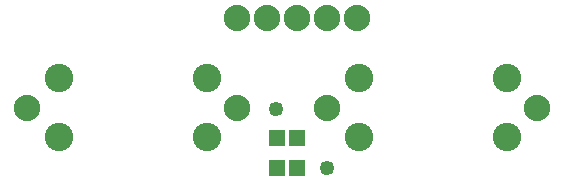
<source format=gts>
G04 MADE WITH FRITZING*
G04 WWW.FRITZING.ORG*
G04 DOUBLE SIDED*
G04 HOLES PLATED*
G04 CONTOUR ON CENTER OF CONTOUR VECTOR*
%ASAXBY*%
%FSLAX23Y23*%
%MOIN*%
%OFA0B0*%
%SFA1.0B1.0*%
%ADD10C,0.095000*%
%ADD11C,0.049370*%
%ADD12C,0.088000*%
%ADD13R,0.057244X0.053307*%
%LNMASK1*%
G90*
G70*
G54D10*
X1211Y448D03*
X1211Y251D03*
X1704Y251D03*
X1704Y448D03*
X1211Y448D03*
X1211Y251D03*
X1704Y251D03*
X1704Y448D03*
X211Y448D03*
X211Y251D03*
X703Y251D03*
X703Y448D03*
X211Y448D03*
X211Y251D03*
X703Y251D03*
X703Y448D03*
G54D11*
X934Y344D03*
X1103Y148D03*
G54D12*
X803Y648D03*
X903Y648D03*
X1003Y648D03*
X1103Y648D03*
X1203Y648D03*
X803Y348D03*
X103Y348D03*
X1103Y348D03*
X1803Y348D03*
G54D13*
X937Y148D03*
X1003Y148D03*
X937Y248D03*
X1003Y248D03*
G04 End of Mask1*
M02*
</source>
